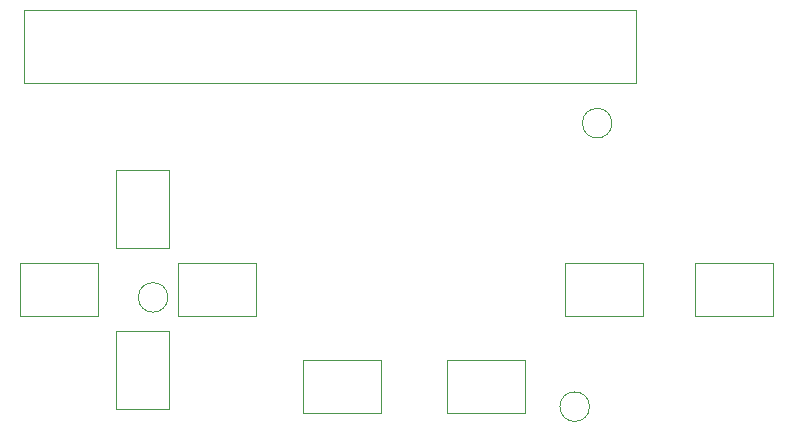
<source format=gbr>
%TF.GenerationSoftware,KiCad,Pcbnew,(6.0.7)*%
%TF.CreationDate,2022-09-06T16:20:22+10:00*%
%TF.ProjectId,SolderingInduction,536f6c64-6572-4696-9e67-496e64756374,3.0.0*%
%TF.SameCoordinates,PX7735940PY47868c0*%
%TF.FileFunction,Other,User*%
%FSLAX46Y46*%
G04 Gerber Fmt 4.6, Leading zero omitted, Abs format (unit mm)*
G04 Created by KiCad (PCBNEW (6.0.7)) date 2022-09-06 16:20:22*
%MOMM*%
%LPD*%
G01*
G04 APERTURE LIST*
%ADD10C,0.050000*%
%ADD11C,0.120000*%
G04 APERTURE END LIST*
D10*
%TO.C,J3*%
X19700000Y19075000D02*
X-32150000Y19075000D01*
X-32150000Y12925000D02*
X19700000Y12925000D01*
X-32150000Y19075000D02*
X-32150000Y12925000D01*
X19700000Y12925000D02*
X19700000Y19075000D01*
D11*
%TO.C,SW3*%
X-25900000Y-6850000D02*
X-32500000Y-6850000D01*
X-32500000Y-6850000D02*
X-32500000Y-2350000D01*
X-32500000Y-2350000D02*
X-25900000Y-2350000D01*
X-25900000Y-2350000D02*
X-25900000Y-6850000D01*
%TO.C,SW6*%
X24700000Y-2350000D02*
X31300000Y-2350000D01*
X31300000Y-2350000D02*
X31300000Y-6850000D01*
X31300000Y-6850000D02*
X24700000Y-6850000D01*
X24700000Y-6850000D02*
X24700000Y-2350000D01*
%TO.C,SW5*%
X-19850000Y5500000D02*
X-24350000Y5500000D01*
X-24350000Y5500000D02*
X-24350000Y-1100000D01*
X-24350000Y-1100000D02*
X-19850000Y-1100000D01*
X-19850000Y-1100000D02*
X-19850000Y5500000D01*
D10*
%TO.C,FID3*%
X17650000Y9500000D02*
G75*
G03*
X17650000Y9500000I-1250000J0D01*
G01*
D11*
%TO.C,SW1*%
X-19850000Y-8100000D02*
X-24350000Y-8100000D01*
X-24350000Y-8100000D02*
X-24350000Y-14700000D01*
X-24350000Y-14700000D02*
X-19850000Y-14700000D01*
X-19850000Y-14700000D02*
X-19850000Y-8100000D01*
D10*
%TO.C,FID2*%
X15750000Y-14500000D02*
G75*
G03*
X15750000Y-14500000I-1250000J0D01*
G01*
D11*
%TO.C,SW2*%
X3660000Y-10550000D02*
X10260000Y-10550000D01*
X10260000Y-10550000D02*
X10260000Y-15050000D01*
X10260000Y-15050000D02*
X3660000Y-15050000D01*
X3660000Y-15050000D02*
X3660000Y-10550000D01*
%TO.C,SW8*%
X-8500000Y-10550000D02*
X-1900000Y-10550000D01*
X-1900000Y-10550000D02*
X-1900000Y-15050000D01*
X-1900000Y-15050000D02*
X-8500000Y-15050000D01*
X-8500000Y-15050000D02*
X-8500000Y-10550000D01*
%TO.C,SW7*%
X-12500000Y-6850000D02*
X-19100000Y-6850000D01*
X-19100000Y-6850000D02*
X-19100000Y-2350000D01*
X-19100000Y-2350000D02*
X-12500000Y-2350000D01*
X-12500000Y-2350000D02*
X-12500000Y-6850000D01*
%TO.C,SW4*%
X13650000Y-2350000D02*
X20250000Y-2350000D01*
X20250000Y-2350000D02*
X20250000Y-6850000D01*
X20250000Y-6850000D02*
X13650000Y-6850000D01*
X13650000Y-6850000D02*
X13650000Y-2350000D01*
D10*
%TO.C,FID1*%
X-19950000Y-5250000D02*
G75*
G03*
X-19950000Y-5250000I-1250000J0D01*
G01*
%TD*%
M02*

</source>
